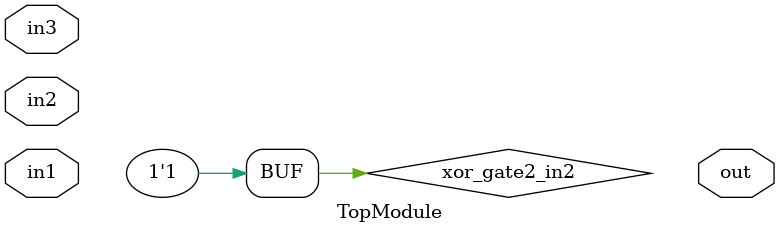
<source format=sv>

module TopModule (
  input wire in1,
  input wire in2,
  input wire in3,
  output logic out
);

// Instantiate two XNOR gates and an XOR gate
xnor xnor_gate1 (.in1(in1), .in2(in2), .out(xor_gate1_in1));
xnor xnor_gate2 (.in1(xor_gate1_in1), .in2(in3), .out(xor_gate2_in1));
xor xor_gate (.a(xor_gate2_in1), .b(xor_gate2_in2), .out(out));

// Assign internal signal xor_gate2_in2 to be always 1 for the XOR gate
assign xor_gate2_in2 = 1'b1;

endmodule

// VERILOG-EVAL: errant inclusion of module definition

</source>
